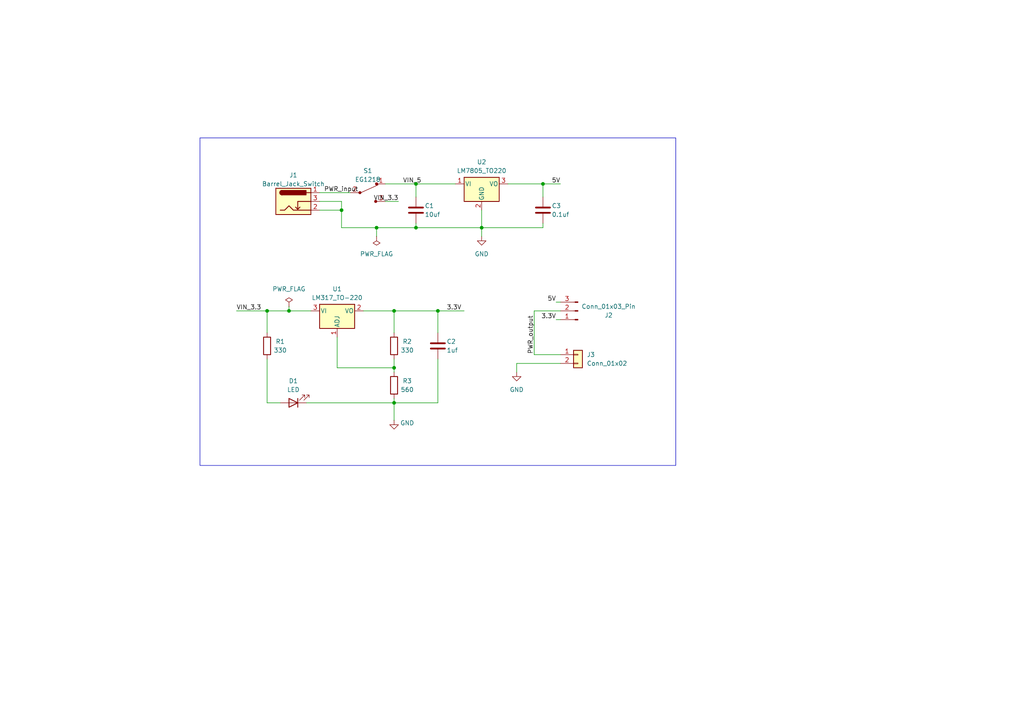
<source format=kicad_sch>
(kicad_sch (version 20231120) (generator "eeschema") (generator_version "8.0")
  (paper "A4")
  (lib_symbols
    (symbol "Connector:Barrel_Jack_Switch" (pin_names hide)
      (property "Reference" "J" (at 0 5.334 0))
      (property "Value" "Barrel_Jack_Switch" (at 0 -5.08 0))
      (symbol "Barrel_Jack_Switch_0_1"
        (rectangle (start -5.08 3.81) (end 5.08 -3.81) (stroke (width 0.254)) (fill (type background)))
        (arc (start -3.302 3.175) (mid -3.9343 2.54) (end -3.302 1.905) (stroke (width 0.254)))
        (arc (start -3.302 3.175) (mid -3.9343 2.54) (end -3.302 1.905) (stroke (width 0.254)) (fill (type outline)))
        (polyline (pts (xy 1.27 -2.286) (xy 1.905 -1.651)) (stroke (width 0.254)))
        (polyline (pts (xy 5.08 2.54) (xy 3.81 2.54)) (stroke (width 0.254)))
        (polyline (pts (xy 5.08 0) (xy 1.27 0) (xy 1.27 -2.286) (xy 0.635 -1.651)) (stroke (width 0.254)))
        (polyline (pts (xy -3.81 -2.54) (xy -2.54 -2.54) (xy -1.27 -1.27) (xy 0 -2.54) (xy 2.54 -2.54) (xy 5.08 -2.54)) (stroke (width 0.254)))
        (rectangle (start 3.683 3.175) (end -3.302 1.905) (stroke (width 0.254)) (fill (type outline)))
      )
      (symbol "Barrel_Jack_Switch_1_1"
        (pin passive line (at 7.62 2.54 180) (length 2.54) (name "~") (number "1"))
        (pin passive line (at 7.62 -2.54 180) (length 2.54) (name "~") (number "2"))
        (pin passive line (at 7.62 0 180) (length 2.54) (name "~") (number "3"))
      )
    )
    (symbol "Connector:Conn_01x03_Pin" (pin_names (offset 1.016) hide)
      (property "Reference" "J" (at 0 5.08 0))
      (property "Value" "Conn_01x03_Pin" (at 0 -5.08 0))
      (symbol "Conn_01x03_Pin_1_1"
        (polyline (pts (xy 1.27 -2.54) (xy 0.8636 -2.54)) (stroke (width 0.1524)))
        (polyline (pts (xy 1.27 0) (xy 0.8636 0)) (stroke (width 0.1524)))
        (polyline (pts (xy 1.27 2.54) (xy 0.8636 2.54)) (stroke (width 0.1524)))
        (rectangle (start 0.8636 -2.413) (end 0 -2.667) (stroke (width 0.1524)) (fill (type outline)))
        (rectangle (start 0.8636 0.127) (end 0 -0.127) (stroke (width 0.1524)) (fill (type outline)))
        (rectangle (start 0.8636 2.667) (end 0 2.413) (stroke (width 0.1524)) (fill (type outline)))
        (pin passive line (at 5.08 2.54 180) (length 3.81) (name "Pin_1") (number "1"))
        (pin passive line (at 5.08 0 180) (length 3.81) (name "Pin_2") (number "2"))
        (pin passive line (at 5.08 -2.54 180) (length 3.81) (name "Pin_3") (number "3"))
      )
    )
    (symbol "Connector_Generic:Conn_01x02" (pin_names (offset 1.016) hide)
      (property "Reference" "J" (at 0 2.54 0))
      (property "Value" "Conn_01x02" (at 0 -5.08 0))
      (symbol "Conn_01x02_1_1"
        (rectangle (start -1.27 -2.413) (end 0 -2.667) (stroke (width 0.1524)))
        (rectangle (start -1.27 0.127) (end 0 -0.127) (stroke (width 0.1524)))
        (rectangle (start -1.27 1.27) (end 1.27 -3.81) (stroke (width 0.254)) (fill (type background)))
        (pin passive line (at -5.08 0 0) (length 3.81) (name "Pin_1") (number "1"))
        (pin passive line (at -5.08 -2.54 0) (length 3.81) (name "Pin_2") (number "2"))
      )
    )
    (symbol "Device:C" (pin_numbers hide) (pin_names (offset 0.254))
      (property "Reference" "C" (at 0.635 2.54 0))
      (property "Value" "C" (at 0.635 -2.54 0))
      (symbol "C_0_1"
        (polyline (pts (xy -2.032 -0.762) (xy 2.032 -0.762)) (stroke (width 0.508)))
        (polyline (pts (xy -2.032 0.762) (xy 2.032 0.762)) (stroke (width 0.508)))
      )
      (symbol "C_1_1"
        (pin passive line (at 0 3.81 270) (length 2.794) (name "~") (number "1"))
        (pin passive line (at 0 -3.81 90) (length 2.794) (name "~") (number "2"))
      )
    )
    (symbol "Device:LED" (pin_numbers hide) (pin_names (offset 1.016) hide)
      (property "Reference" "D" (at 0 2.54 0))
      (property "Value" "LED" (at 0 -2.54 0))
      (symbol "LED_0_1"
        (polyline (pts (xy -1.27 -1.27) (xy -1.27 1.27)) (stroke (width 0.254)))
        (polyline (pts (xy -1.27 0) (xy 1.27 0)))
        (polyline (pts (xy 1.27 -1.27) (xy 1.27 1.27) (xy -1.27 0) (xy 1.27 -1.27)) (stroke (width 0.254)))
        (polyline (pts (xy -3.048 -0.762) (xy -4.572 -2.286) (xy -3.81 -2.286) (xy -4.572 -2.286) (xy -4.572 -1.524)))
        (polyline (pts (xy -1.778 -0.762) (xy -3.302 -2.286) (xy -2.54 -2.286) (xy -3.302 -2.286) (xy -3.302 -1.524)))
      )
      (symbol "LED_1_1"
        (pin passive line (at -3.81 0 0) (length 2.54) (name "K") (number "1"))
        (pin passive line (at 3.81 0 180) (length 2.54) (name "A") (number "2"))
      )
    )
    (symbol "Device:R" (pin_numbers hide) (pin_names (offset 0))
      (property "Reference" "R" (at 2.032 0 90))
      (property "Value" "R" (at 0 0 90))
      (symbol "R_0_1"
        (rectangle (start -1.016 -2.54) (end 1.016 2.54) (stroke (width 0.254)))
      )
      (symbol "R_1_1"
        (pin passive line (at 0 3.81 270) (length 1.27) (name "~") (number "1"))
        (pin passive line (at 0 -3.81 90) (length 1.27) (name "~") (number "2"))
      )
    )
    (symbol "Regulator_Linear:LM317_TO-220" (pin_names (offset 0.254))
      (property "Reference" "U" (at -3.81 3.175 0))
      (property "Value" "LM317_TO-220" (at 0 3.175 0))
      (symbol "LM317_TO-220_0_1"
        (rectangle (start -5.08 1.905) (end 5.08 -5.08) (stroke (width 0.254)) (fill (type background)))
      )
      (symbol "LM317_TO-220_1_1"
        (pin input line (at 0 -7.62 90) (length 2.54) (name "ADJ") (number "1"))
        (pin power_out line (at 7.62 0 180) (length 2.54) (name "VO") (number "2"))
        (pin power_in line (at -7.62 0 0) (length 2.54) (name "VI") (number "3"))
      )
    )
    (symbol "Regulator_Linear:LM7805_TO220" (pin_names (offset 0.254))
      (property "Reference" "U" (at -3.81 3.175 0))
      (property "Value" "LM7805_TO220" (at 0 3.175 0))
      (symbol "LM7805_TO220_0_1"
        (rectangle (start -5.08 1.905) (end 5.08 -5.08) (stroke (width 0.254)) (fill (type background)))
      )
      (symbol "LM7805_TO220_1_1"
        (pin power_in line (at -7.62 0 0) (length 2.54) (name "VI") (number "1"))
        (pin power_in line (at 0 -7.62 90) (length 2.54) (name "GND") (number "2"))
        (pin power_out line (at 7.62 0 180) (length 2.54) (name "VO") (number "3"))
      )
    )
    (symbol "dk_Slide-Switches:EG1218" (pin_names (offset 0))
      (property "Reference" "S" (at -3.81 2.286 0))
      (property "Value" "EG1218" (at 0 -5.334 0))
      (symbol "EG1218_0_1"
        (circle (center -2.286 0) (radius 0.3556) (fill (type outline)))
        (polyline (pts (xy -2.032 0) (xy 3.048 2.286)))
        (circle (center 2.286 -2.54) (radius 0.3556) (fill (type outline)))
        (circle (center 2.54 2.54) (radius 0.3556) (fill (type outline)))
      )
      (symbol "EG1218_1_1"
        (pin passive line (at 5.08 2.54 180) (length 2.54) (name "~") (number "1"))
        (pin passive line (at -5.08 0 0) (length 2.54) (name "~") (number "2"))
        (pin passive line (at 5.08 -2.54 180) (length 2.54) (name "~") (number "3"))
      )
    )
    (symbol "power:GND" (power) (pin_numbers hide) (pin_names (offset 0) hide)
      (property "Value" "GND" (at 0 -3.81 0))
      (symbol "GND_0_1"
        (polyline (pts (xy 0 0) (xy 0 -1.27) (xy 1.27 -1.27) (xy 0 -2.54) (xy -1.27 -1.27) (xy 0 -1.27)))
      )
      (symbol "GND_1_1"
        (pin power_in line (at 0 0 270) (length 0) (name "~") (number "1"))
      )
    )
    (symbol "power:PWR_FLAG" (power) (pin_numbers hide) (pin_names (offset 0) hide)
      (property "Value" "PWR_FLAG" (at 0 3.81 0))
      (symbol "PWR_FLAG_0_0"
        (pin power_out line (at 0 0 90) (length 0) (name "~") (number "1"))
      )
      (symbol "PWR_FLAG_0_1"
        (polyline (pts (xy 0 0) (xy 0 1.27) (xy -1.016 1.905) (xy 0 2.54) (xy 1.016 1.905) (xy 0 1.27)))
      )
    )
  )
  (junction (at 83.82 90.17))
  (junction (at 114.3 116.84))
  (junction (at 157.48 53.34))
  (junction (at 114.3 90.17))
  (junction (at 127 90.17))
  (junction (at 99.06 60.96))
  (junction (at 120.65 53.34))
  (junction (at 77.47 90.17))
  (junction (at 109.22 66.04))
  (junction (at 120.65 66.04))
  (junction (at 139.7 66.04))
  (junction (at 114.3 106.68))
  (wire (pts (xy 83.82 88.9) (xy 83.82 90.17)))
  (wire (pts (xy 88.9 116.84) (xy 114.3 116.84)))
  (wire (pts (xy 114.3 90.17) (xy 127 90.17)))
  (wire (pts (xy 139.7 60.96) (xy 139.7 66.04)))
  (wire (pts (xy 109.22 66.04) (xy 109.22 68.58)))
  (wire (pts (xy 77.47 90.17) (xy 77.47 96.52)))
  (wire (pts (xy 127 90.17) (xy 134.62 90.17)))
  (wire (pts (xy 97.79 106.68) (xy 114.3 106.68)))
  (wire (pts (xy 92.71 55.88) (xy 101.6 55.88)))
  (wire (pts (xy 161.29 87.63) (xy 162.56 87.63)))
  (wire (pts (xy 154.94 102.87) (xy 162.56 102.87)))
  (wire (pts (xy 109.22 66.04) (xy 120.65 66.04)))
  (wire (pts (xy 83.82 90.17) (xy 90.17 90.17)))
  (wire (pts (xy 139.7 66.04) (xy 139.7 68.58)))
  (wire (pts (xy 111.76 53.34) (xy 120.65 53.34)))
  (wire (pts (xy 105.41 90.17) (xy 114.3 90.17)))
  (wire (pts (xy 147.32 53.34) (xy 157.48 53.34)))
  (wire (pts (xy 161.29 92.71) (xy 162.56 92.71)))
  (wire (pts (xy 120.65 53.34) (xy 120.65 57.15)))
  (wire (pts (xy 114.3 116.84) (xy 114.3 121.92)))
  (wire (pts (xy 120.65 64.77) (xy 120.65 66.04)))
  (wire (pts (xy 99.06 66.04) (xy 109.22 66.04)))
  (wire (pts (xy 127 104.14) (xy 127 116.84)))
  (wire (pts (xy 97.79 97.79) (xy 97.79 106.68)))
  (wire (pts (xy 120.65 66.04) (xy 139.7 66.04)))
  (wire (pts (xy 127 90.17) (xy 127 96.52)))
  (wire (pts (xy 92.71 58.42) (xy 99.06 58.42)))
  (wire (pts (xy 157.48 53.34) (xy 157.48 57.15)))
  (wire (pts (xy 92.71 60.96) (xy 99.06 60.96)))
  (wire (pts (xy 154.94 90.17) (xy 162.56 90.17)))
  (wire (pts (xy 139.7 66.04) (xy 157.48 66.04)))
  (wire (pts (xy 68.58 90.17) (xy 77.47 90.17)))
  (wire (pts (xy 114.3 106.68) (xy 114.3 104.14)))
  (wire (pts (xy 77.47 90.17) (xy 83.82 90.17)))
  (wire (pts (xy 114.3 106.68) (xy 114.3 107.95)))
  (wire (pts (xy 114.3 116.84) (xy 127 116.84)))
  (wire (pts (xy 157.48 53.34) (xy 162.56 53.34)))
  (wire (pts (xy 149.86 105.41) (xy 162.56 105.41)))
  (wire (pts (xy 77.47 104.14) (xy 77.47 116.84)))
  (wire (pts (xy 149.86 105.41) (xy 149.86 107.95)))
  (wire (pts (xy 157.48 64.77) (xy 157.48 66.04)))
  (wire (pts (xy 99.06 58.42) (xy 99.06 60.96)))
  (wire (pts (xy 111.76 58.42) (xy 115.57 58.42)))
  (wire (pts (xy 120.65 53.34) (xy 132.08 53.34)))
  (wire (pts (xy 114.3 115.57) (xy 114.3 116.84)))
  (wire (pts (xy 154.94 90.17) (xy 154.94 102.87)))
  (wire (pts (xy 114.3 90.17) (xy 114.3 96.52)))
  (wire (pts (xy 99.06 60.96) (xy 99.06 66.04)))
  (wire (pts (xy 77.47 116.84) (xy 81.28 116.84)))
  (text_box "" (at 58 40 0) (size 138 95) (effects (font (size 1.27 1.27)) (justify left top)))
  (label "VIN_3.3" (at 115.57 58.42 180))
  (label "3.3V" (at 161.29 92.71 180))
  (label "VIN_3.3" (at 68.58 90.17 0))
  (label "3.3V" (at 129.54 90.17 0))
  (label "VIN_5" (at 116.84 53.34 0))
  (label "5V" (at 160.02 53.34 0))
  (label "PWR_input" (at 93.98 55.88 0))
  (label "5V" (at 161.29 87.63 180))
  (label "PWR_output" (at 154.94 91.44 270))
  (symbol (lib_id "Connector:Barrel_Jack_Switch") (at 85.09 58.42 0) (unit 1)
    (property "Reference" "J1" (at 85.09 50.8 0))
    (property "Value" "Barrel_Jack_Switch" (at 85.09 53.34 0))
    (property "Footprint" "Connector_BarrelJack:BarrelJack_Horizontal" (effects (hide yes)))
    (property "Description" "DC Barrel Jack with an internal switch" (effects (hide yes)))
  )
  (symbol (lib_id "power:GND") (at 139.7 68.58 0) (unit 1)
    (property "Reference" "#PWR02" (effects (hide yes)))
    (property "Value" "GND" (at 139.7 73.66 0))
    (property "Description" "Power symbol creates a global label with name \"GND\" , ground" (effects (hide yes)))
  )
  (symbol (lib_id "Regulator_Linear:LM317_TO-220") (at 97.79 90.17 0) (unit 1)
    (property "Reference" "U1" (at 97.79 83.82 0))
    (property "Value" "LM317_TO-220" (at 97.79 86.36 0))
    (property "Footprint" "Package_TO_SOT_THT:TO-220-3_Vertical" (effects (hide yes)))
    (property "Datasheet" "http://www.ti.com/lit/ds/symlink/lm317.pdf" (effects (hide yes)))
    (property "Description" "1.5A 35V Adjustable Linear Regulator, TO-220" (effects (hide yes)))
  )
  (symbol (lib_id "Device:LED") (at 85.09 116.84 180) (unit 1)
    (property "Reference" "D1" (at 85.09 110.49 0))
    (property "Value" "LED" (at 85.09 113.03 0))
    (property "Footprint" "LED_THT:LED_D5.0mm" (effects (hide yes)))
    (property "Description" "Light emitting diode" (effects (hide yes)))
    (property "purpose" "power input indicator" (effects (hide yes)))
  )
  (symbol (lib_id "power:GND") (at 114.3 121.92 0) (unit 1)
    (property "Reference" "#PWR01" (effects (hide yes)))
    (property "Value" "GND" (at 118.11 122.682 0))
    (property "Description" "Power symbol creates a global label with name \"GND\" , ground" (effects (hide yes)))
  )
  (symbol (lib_id "Device:R") (at 77.47 100.33 0) (unit 1)
    (property "Reference" "R1" (at 81.28 99.06 0))
    (property "Value" "330" (at 81.28 101.6 0))
    (property "Footprint" "Resistor_THT:R_Axial_DIN0204_L3.6mm_D1.6mm_P7.62mm_Horizontal" (effects (hide yes)))
    (property "Description" "Resistor" (effects (hide yes)))
  )
  (symbol (lib_id "Device:C") (at 127 100.33 0) (unit 1)
    (property "Reference" "C2" (at 129.54 99.06 0) (effects (justify left)))
    (property "Value" "1uf" (at 129.54 101.6 0) (effects (justify left)))
    (property "Footprint" "Capacitor_THT:C_Disc_D3.0mm_W1.6mm_P2.50mm" (effects (hide yes)))
    (property "Description" "Unpolarized capacitor" (effects (hide yes)))
  )
  (symbol (lib_id "power:GND") (at 149.86 107.95 0) (unit 1)
    (property "Reference" "#PWR03" (effects (hide yes)))
    (property "Value" "GND" (at 149.86 113.03 0))
    (property "Description" "Power symbol creates a global label with name \"GND\" , ground" (effects (hide yes)))
  )
  (symbol (lib_id "dk_Slide-Switches:EG1218") (at 106.68 55.88 0) (unit 1)
    (property "Reference" "S1" (at 106.68 49.53 0))
    (property "Value" "EG1218" (at 106.68 52.07 0))
    (property "Footprint" "digikey-footprints:Switch_Slide_11.6x4mm_EG1218" (effects (hide yes)))
    (property "Datasheet" "http://spec_sheets.e-switch.com/specs/P040040.pdf" (effects (hide yes)))
    (property "Description" "SWITCH SLIDE SPDT 200MA 30V" (effects (hide yes)))
    (property "Digi-Key_PN" "EG1903-ND" (effects (hide yes)))
    (property "MPN" "EG1218" (effects (hide yes)))
    (property "Category" "Switches" (effects (hide yes)))
    (property "Family" "Slide Switches" (effects (hide yes)))
    (property "DK_Datasheet_Link" "http://spec_sheets.e-switch.com/specs/P040040.pdf" (effects (hide yes)))
    (property "DK_Detail_Page" "/product-detail/en/e-switch/EG1218/EG1903-ND/101726" (effects (hide yes)))
    (property "Description_1" "SWITCH SLIDE SPDT 200MA 30V" (effects (hide yes)))
    (property "Manufacturer" "E-Switch" (effects (hide yes)))
    (property "Status" "Active" (effects (hide yes)))
  )
  (symbol (lib_id "Connector_Generic:Conn_01x02") (at 167.64 102.87 0) (unit 1)
    (property "Reference" "J3" (at 170.18 102.8699 0) (effects (justify left)))
    (property "Value" "Conn_01x02" (at 170.18 105.4099 0) (effects (justify left)))
    (property "Description" "Generic connector, single row, 01x02, script generated (kicad-library-utils/schlib/autogen/connector/)" (effects (hide yes)))
  )
  (symbol (lib_id "power:PWR_FLAG") (at 83.82 88.9 0) (unit 1)
    (property "Reference" "#FLG01" (effects (hide yes)))
    (property "Value" "PWR_FLAG" (at 83.82 83.82 0))
    (property "Description" "Special symbol for telling ERC where power comes from" (effects (hide yes)))
  )
  (symbol (lib_id "Connector:Conn_01x03_Pin") (at 167.64 90.17 180) (unit 1)
    (property "Reference" "J2" (at 176.53 91.44 0))
    (property "Value" "Conn_01x03_Pin" (at 176.53 88.9 0))
    (property "Footprint" "Connector_PinHeader_2.54mm:PinHeader_1x03_P2.54mm_Vertical" (effects (hide yes)))
    (property "Description" "Generic connector, single row, 01x03, script generated" (effects (hide yes)))
    (property "purpose" "output voltage selector" (effects (hide yes)))
  )
  (symbol (lib_id "Regulator_Linear:LM7805_TO220") (at 139.7 53.34 0) (unit 1)
    (property "Reference" "U2" (at 139.7 46.99 0))
    (property "Value" "LM7805_TO220" (at 139.7 49.53 0))
    (property "Footprint" "Package_TO_SOT_THT:TO-220-3_Vertical" (effects (hide yes)))
    (property "Datasheet" "https://www.onsemi.cn/PowerSolutions/document/MC7800-D.PDF" (effects (hide yes)))
    (property "Description" "Positive 1A 35V Linear Regulator, Fixed Output 5V, TO-220" (effects (hide yes)))
  )
  (symbol (lib_id "Device:R") (at 114.3 111.76 0) (unit 1)
    (property "Reference" "R3" (at 118.11 110.49 0))
    (property "Value" "560" (at 118.11 113.03 0))
    (property "Footprint" "Resistor_THT:R_Axial_DIN0204_L3.6mm_D1.6mm_P7.62mm_Horizontal" (effects (hide yes)))
    (property "Description" "Resistor" (effects (hide yes)))
  )
  (symbol (lib_id "Device:R") (at 114.3 100.33 0) (unit 1)
    (property "Reference" "R2" (at 118.11 99.06 0))
    (property "Value" "330" (at 118.11 101.6 0))
    (property "Footprint" "Resistor_THT:R_Axial_DIN0204_L3.6mm_D1.6mm_P7.62mm_Horizontal" (effects (hide yes)))
    (property "Description" "Resistor" (effects (hide yes)))
  )
  (symbol (lib_id "Device:C") (at 120.65 60.96 0) (unit 1)
    (property "Reference" "C1" (at 123.19 59.69 0) (effects (justify left)))
    (property "Value" "10uf" (at 123.19 62.23 0) (effects (justify left)))
    (property "Footprint" "Capacitor_THT:C_Disc_D3.0mm_W1.6mm_P2.50mm" (effects (hide yes)))
    (property "Description" "Unpolarized capacitor" (effects (hide yes)))
  )
  (symbol (lib_id "power:PWR_FLAG") (at 109.22 68.58 180) (unit 1)
    (property "Reference" "#FLG02" (effects (hide yes)))
    (property "Value" "PWR_FLAG" (at 109.22 73.66 0))
    (property "Description" "Special symbol for telling ERC where power comes from" (effects (hide yes)))
  )
  (symbol (lib_id "Device:C") (at 157.48 60.96 0) (unit 1)
    (property "Reference" "C3" (at 160.02 59.69 0) (effects (justify left)))
    (property "Value" "0.1uf" (at 160.02 62.23 0) (effects (justify left)))
    (property "Footprint" "Capacitor_THT:C_Disc_D3.0mm_W1.6mm_P2.50mm" (effects (hide yes)))
    (property "Description" "Unpolarized capacitor" (effects (hide yes)))
  )
)
</source>
